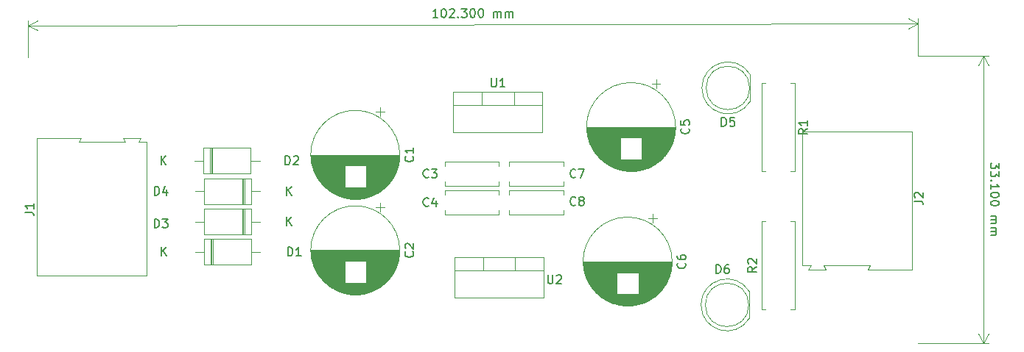
<source format=gbr>
G04 #@! TF.GenerationSoftware,KiCad,Pcbnew,5.1.5+dfsg1-2build2*
G04 #@! TF.CreationDate,2021-08-20T20:11:23+12:00*
G04 #@! TF.ProjectId,15vDualRailAC-DC,31357644-7561-46c5-9261-696c41432d44,rev?*
G04 #@! TF.SameCoordinates,Original*
G04 #@! TF.FileFunction,Legend,Top*
G04 #@! TF.FilePolarity,Positive*
%FSLAX46Y46*%
G04 Gerber Fmt 4.6, Leading zero omitted, Abs format (unit mm)*
G04 Created by KiCad (PCBNEW 5.1.5+dfsg1-2build2) date 2021-08-20 20:11:23*
%MOMM*%
%LPD*%
G04 APERTURE LIST*
%ADD10C,0.150000*%
%ADD11C,0.120000*%
G04 APERTURE END LIST*
D10*
X199317619Y-70759523D02*
X199317619Y-71378571D01*
X198936666Y-71045238D01*
X198936666Y-71188095D01*
X198889047Y-71283333D01*
X198841428Y-71330952D01*
X198746190Y-71378571D01*
X198508095Y-71378571D01*
X198412857Y-71330952D01*
X198365238Y-71283333D01*
X198317619Y-71188095D01*
X198317619Y-70902380D01*
X198365238Y-70807142D01*
X198412857Y-70759523D01*
X199317619Y-71711904D02*
X199317619Y-72330952D01*
X198936666Y-71997619D01*
X198936666Y-72140476D01*
X198889047Y-72235714D01*
X198841428Y-72283333D01*
X198746190Y-72330952D01*
X198508095Y-72330952D01*
X198412857Y-72283333D01*
X198365238Y-72235714D01*
X198317619Y-72140476D01*
X198317619Y-71854761D01*
X198365238Y-71759523D01*
X198412857Y-71711904D01*
X198412857Y-72759523D02*
X198365238Y-72807142D01*
X198317619Y-72759523D01*
X198365238Y-72711904D01*
X198412857Y-72759523D01*
X198317619Y-72759523D01*
X198317619Y-73759523D02*
X198317619Y-73188095D01*
X198317619Y-73473809D02*
X199317619Y-73473809D01*
X199174761Y-73378571D01*
X199079523Y-73283333D01*
X199031904Y-73188095D01*
X199317619Y-74378571D02*
X199317619Y-74473809D01*
X199270000Y-74569047D01*
X199222380Y-74616666D01*
X199127142Y-74664285D01*
X198936666Y-74711904D01*
X198698571Y-74711904D01*
X198508095Y-74664285D01*
X198412857Y-74616666D01*
X198365238Y-74569047D01*
X198317619Y-74473809D01*
X198317619Y-74378571D01*
X198365238Y-74283333D01*
X198412857Y-74235714D01*
X198508095Y-74188095D01*
X198698571Y-74140476D01*
X198936666Y-74140476D01*
X199127142Y-74188095D01*
X199222380Y-74235714D01*
X199270000Y-74283333D01*
X199317619Y-74378571D01*
X199317619Y-75330952D02*
X199317619Y-75426190D01*
X199270000Y-75521428D01*
X199222380Y-75569047D01*
X199127142Y-75616666D01*
X198936666Y-75664285D01*
X198698571Y-75664285D01*
X198508095Y-75616666D01*
X198412857Y-75569047D01*
X198365238Y-75521428D01*
X198317619Y-75426190D01*
X198317619Y-75330952D01*
X198365238Y-75235714D01*
X198412857Y-75188095D01*
X198508095Y-75140476D01*
X198698571Y-75092857D01*
X198936666Y-75092857D01*
X199127142Y-75140476D01*
X199222380Y-75188095D01*
X199270000Y-75235714D01*
X199317619Y-75330952D01*
X198317619Y-76854761D02*
X198984285Y-76854761D01*
X198889047Y-76854761D02*
X198936666Y-76902380D01*
X198984285Y-76997619D01*
X198984285Y-77140476D01*
X198936666Y-77235714D01*
X198841428Y-77283333D01*
X198317619Y-77283333D01*
X198841428Y-77283333D02*
X198936666Y-77330952D01*
X198984285Y-77426190D01*
X198984285Y-77569047D01*
X198936666Y-77664285D01*
X198841428Y-77711904D01*
X198317619Y-77711904D01*
X198317619Y-78188095D02*
X198984285Y-78188095D01*
X198889047Y-78188095D02*
X198936666Y-78235714D01*
X198984285Y-78330952D01*
X198984285Y-78473809D01*
X198936666Y-78569047D01*
X198841428Y-78616666D01*
X198317619Y-78616666D01*
X198841428Y-78616666D02*
X198936666Y-78664285D01*
X198984285Y-78759523D01*
X198984285Y-78902380D01*
X198936666Y-78997619D01*
X198841428Y-79045238D01*
X198317619Y-79045238D01*
D11*
X197500000Y-58400000D02*
X197500000Y-91500000D01*
X190000000Y-58400000D02*
X198086421Y-58400000D01*
X190000000Y-91500000D02*
X198086421Y-91500000D01*
X197500000Y-91500000D02*
X196913579Y-90373496D01*
X197500000Y-91500000D02*
X198086421Y-90373496D01*
X197500000Y-58400000D02*
X196913579Y-59526504D01*
X197500000Y-58400000D02*
X198086421Y-59526504D01*
D10*
X134793554Y-53989234D02*
X134222126Y-53990351D01*
X134507840Y-53989792D02*
X134505885Y-52989794D01*
X134410926Y-53132837D01*
X134315874Y-53228261D01*
X134220730Y-53276067D01*
X135410645Y-52988025D02*
X135505883Y-52987839D01*
X135601214Y-53035272D01*
X135648926Y-53082798D01*
X135696731Y-53177943D01*
X135744722Y-53368325D01*
X135745188Y-53606420D01*
X135697941Y-53796989D01*
X135650509Y-53892320D01*
X135602983Y-53940032D01*
X135507838Y-53987837D01*
X135412600Y-53988024D01*
X135317269Y-53940591D01*
X135269557Y-53893065D01*
X135221752Y-53797920D01*
X135173760Y-53607537D01*
X135173295Y-53369443D01*
X135220542Y-53178874D01*
X135267974Y-53083543D01*
X135315500Y-53035831D01*
X135410645Y-52988025D01*
X136125116Y-53081867D02*
X136172641Y-53034155D01*
X136267786Y-52986350D01*
X136505881Y-52985884D01*
X136601212Y-53033317D01*
X136648924Y-53080843D01*
X136696729Y-53175988D01*
X136696915Y-53271226D01*
X136649576Y-53414176D01*
X136079265Y-53986720D01*
X136698312Y-53985510D01*
X137126696Y-53889434D02*
X137174408Y-53936960D01*
X137126882Y-53984672D01*
X137079170Y-53937146D01*
X137126696Y-53889434D01*
X137126882Y-53984672D01*
X137505879Y-52983929D02*
X138124926Y-52982719D01*
X137792338Y-53364322D01*
X137935194Y-53364043D01*
X138030525Y-53411476D01*
X138078238Y-53459002D01*
X138126043Y-53554146D01*
X138126508Y-53792241D01*
X138079075Y-53887572D01*
X138031550Y-53935284D01*
X137936405Y-53983089D01*
X137650691Y-53983648D01*
X137555360Y-53936215D01*
X137507648Y-53888689D01*
X138743972Y-52981509D02*
X138839210Y-52981322D01*
X138934541Y-53028755D01*
X138982253Y-53076281D01*
X139030058Y-53171426D01*
X139078049Y-53361809D01*
X139078515Y-53599903D01*
X139031268Y-53790472D01*
X138983836Y-53885803D01*
X138936310Y-53933515D01*
X138841165Y-53981321D01*
X138745927Y-53981507D01*
X138650596Y-53934074D01*
X138602884Y-53886548D01*
X138555079Y-53791403D01*
X138507087Y-53601021D01*
X138506622Y-53362926D01*
X138553869Y-53172357D01*
X138601301Y-53077026D01*
X138648827Y-53029314D01*
X138743972Y-52981509D01*
X139696351Y-52979647D02*
X139791589Y-52979461D01*
X139886920Y-53026893D01*
X139934632Y-53074419D01*
X139982437Y-53169564D01*
X140030429Y-53359947D01*
X140030894Y-53598042D01*
X139983647Y-53788610D01*
X139936215Y-53883941D01*
X139888689Y-53931654D01*
X139793544Y-53979459D01*
X139698306Y-53979645D01*
X139602975Y-53932212D01*
X139555263Y-53884686D01*
X139507458Y-53789541D01*
X139459467Y-53599159D01*
X139459001Y-53361064D01*
X139506248Y-53170495D01*
X139553680Y-53075164D01*
X139601206Y-53027452D01*
X139696351Y-52979647D01*
X141222113Y-53976666D02*
X141220809Y-53310000D01*
X141220996Y-53405238D02*
X141268521Y-53357526D01*
X141363666Y-53309721D01*
X141506523Y-53309442D01*
X141601854Y-53356875D01*
X141649659Y-53452019D01*
X141650683Y-53975828D01*
X141649659Y-53452019D02*
X141697092Y-53356688D01*
X141792237Y-53308883D01*
X141935094Y-53308604D01*
X142030425Y-53356037D01*
X142078230Y-53451181D01*
X142079254Y-53974990D01*
X142555444Y-53974059D02*
X142554140Y-53307394D01*
X142554326Y-53402632D02*
X142601852Y-53354920D01*
X142696997Y-53307114D01*
X142839854Y-53306835D01*
X142935185Y-53354268D01*
X142982990Y-53449413D01*
X142984014Y-53973221D01*
X142982990Y-53449413D02*
X143030423Y-53354082D01*
X143125568Y-53306276D01*
X143268425Y-53305997D01*
X143363756Y-53353430D01*
X143411561Y-53448575D01*
X143412585Y-53972383D01*
D11*
X189992764Y-54698939D02*
X87692764Y-54898939D01*
X190000000Y-58400000D02*
X189991618Y-54112519D01*
X87700000Y-58600000D02*
X87691618Y-54312519D01*
X87692764Y-54898939D02*
X88818119Y-54310317D01*
X87692764Y-54898939D02*
X88820412Y-55483156D01*
X189992764Y-54698939D02*
X188865116Y-54114722D01*
X189992764Y-54698939D02*
X188867409Y-55287561D01*
X128675000Y-64820354D02*
X127675000Y-64820354D01*
X128175000Y-64320354D02*
X128175000Y-65320354D01*
X125899000Y-74881000D02*
X124701000Y-74881000D01*
X126162000Y-74841000D02*
X124438000Y-74841000D01*
X126362000Y-74801000D02*
X124238000Y-74801000D01*
X126530000Y-74761000D02*
X124070000Y-74761000D01*
X126678000Y-74721000D02*
X123922000Y-74721000D01*
X126810000Y-74681000D02*
X123790000Y-74681000D01*
X126930000Y-74641000D02*
X123670000Y-74641000D01*
X127042000Y-74601000D02*
X123558000Y-74601000D01*
X127146000Y-74561000D02*
X123454000Y-74561000D01*
X127244000Y-74521000D02*
X123356000Y-74521000D01*
X127337000Y-74481000D02*
X123263000Y-74481000D01*
X127425000Y-74441000D02*
X123175000Y-74441000D01*
X127509000Y-74401000D02*
X123091000Y-74401000D01*
X127589000Y-74361000D02*
X123011000Y-74361000D01*
X127665000Y-74321000D02*
X122935000Y-74321000D01*
X127739000Y-74281000D02*
X122861000Y-74281000D01*
X127810000Y-74241000D02*
X122790000Y-74241000D01*
X127879000Y-74201000D02*
X122721000Y-74201000D01*
X127945000Y-74161000D02*
X122655000Y-74161000D01*
X128009000Y-74121000D02*
X122591000Y-74121000D01*
X128070000Y-74081000D02*
X122530000Y-74081000D01*
X128130000Y-74041000D02*
X122470000Y-74041000D01*
X128189000Y-74001000D02*
X122411000Y-74001000D01*
X128245000Y-73961000D02*
X122355000Y-73961000D01*
X128300000Y-73921000D02*
X122300000Y-73921000D01*
X128354000Y-73881000D02*
X122246000Y-73881000D01*
X128406000Y-73841000D02*
X122194000Y-73841000D01*
X128456000Y-73801000D02*
X122144000Y-73801000D01*
X128506000Y-73761000D02*
X122094000Y-73761000D01*
X128554000Y-73721000D02*
X122046000Y-73721000D01*
X128601000Y-73681000D02*
X121999000Y-73681000D01*
X128647000Y-73641000D02*
X121953000Y-73641000D01*
X128692000Y-73601000D02*
X121908000Y-73601000D01*
X128736000Y-73561000D02*
X121864000Y-73561000D01*
X124059000Y-73521000D02*
X121822000Y-73521000D01*
X128778000Y-73521000D02*
X126541000Y-73521000D01*
X124059000Y-73481000D02*
X121780000Y-73481000D01*
X128820000Y-73481000D02*
X126541000Y-73481000D01*
X124059000Y-73441000D02*
X121739000Y-73441000D01*
X128861000Y-73441000D02*
X126541000Y-73441000D01*
X124059000Y-73401000D02*
X121699000Y-73401000D01*
X128901000Y-73401000D02*
X126541000Y-73401000D01*
X124059000Y-73361000D02*
X121660000Y-73361000D01*
X128940000Y-73361000D02*
X126541000Y-73361000D01*
X124059000Y-73321000D02*
X121621000Y-73321000D01*
X128979000Y-73321000D02*
X126541000Y-73321000D01*
X124059000Y-73281000D02*
X121584000Y-73281000D01*
X129016000Y-73281000D02*
X126541000Y-73281000D01*
X124059000Y-73241000D02*
X121547000Y-73241000D01*
X129053000Y-73241000D02*
X126541000Y-73241000D01*
X124059000Y-73201000D02*
X121511000Y-73201000D01*
X129089000Y-73201000D02*
X126541000Y-73201000D01*
X124059000Y-73161000D02*
X121476000Y-73161000D01*
X129124000Y-73161000D02*
X126541000Y-73161000D01*
X124059000Y-73121000D02*
X121442000Y-73121000D01*
X129158000Y-73121000D02*
X126541000Y-73121000D01*
X124059000Y-73081000D02*
X121408000Y-73081000D01*
X129192000Y-73081000D02*
X126541000Y-73081000D01*
X124059000Y-73041000D02*
X121375000Y-73041000D01*
X129225000Y-73041000D02*
X126541000Y-73041000D01*
X124059000Y-73001000D02*
X121343000Y-73001000D01*
X129257000Y-73001000D02*
X126541000Y-73001000D01*
X124059000Y-72961000D02*
X121311000Y-72961000D01*
X129289000Y-72961000D02*
X126541000Y-72961000D01*
X124059000Y-72921000D02*
X121280000Y-72921000D01*
X129320000Y-72921000D02*
X126541000Y-72921000D01*
X124059000Y-72881000D02*
X121250000Y-72881000D01*
X129350000Y-72881000D02*
X126541000Y-72881000D01*
X124059000Y-72841000D02*
X121220000Y-72841000D01*
X129380000Y-72841000D02*
X126541000Y-72841000D01*
X124059000Y-72801000D02*
X121190000Y-72801000D01*
X129410000Y-72801000D02*
X126541000Y-72801000D01*
X124059000Y-72761000D02*
X121162000Y-72761000D01*
X129438000Y-72761000D02*
X126541000Y-72761000D01*
X124059000Y-72721000D02*
X121134000Y-72721000D01*
X129466000Y-72721000D02*
X126541000Y-72721000D01*
X124059000Y-72681000D02*
X121106000Y-72681000D01*
X129494000Y-72681000D02*
X126541000Y-72681000D01*
X124059000Y-72641000D02*
X121079000Y-72641000D01*
X129521000Y-72641000D02*
X126541000Y-72641000D01*
X124059000Y-72601000D02*
X121053000Y-72601000D01*
X129547000Y-72601000D02*
X126541000Y-72601000D01*
X124059000Y-72561000D02*
X121027000Y-72561000D01*
X129573000Y-72561000D02*
X126541000Y-72561000D01*
X124059000Y-72521000D02*
X121002000Y-72521000D01*
X129598000Y-72521000D02*
X126541000Y-72521000D01*
X124059000Y-72481000D02*
X120977000Y-72481000D01*
X129623000Y-72481000D02*
X126541000Y-72481000D01*
X124059000Y-72441000D02*
X120953000Y-72441000D01*
X129647000Y-72441000D02*
X126541000Y-72441000D01*
X124059000Y-72401000D02*
X120929000Y-72401000D01*
X129671000Y-72401000D02*
X126541000Y-72401000D01*
X124059000Y-72361000D02*
X120905000Y-72361000D01*
X129695000Y-72361000D02*
X126541000Y-72361000D01*
X124059000Y-72321000D02*
X120883000Y-72321000D01*
X129717000Y-72321000D02*
X126541000Y-72321000D01*
X124059000Y-72281000D02*
X120860000Y-72281000D01*
X129740000Y-72281000D02*
X126541000Y-72281000D01*
X124059000Y-72241000D02*
X120838000Y-72241000D01*
X129762000Y-72241000D02*
X126541000Y-72241000D01*
X124059000Y-72201000D02*
X120817000Y-72201000D01*
X129783000Y-72201000D02*
X126541000Y-72201000D01*
X124059000Y-72161000D02*
X120796000Y-72161000D01*
X129804000Y-72161000D02*
X126541000Y-72161000D01*
X124059000Y-72121000D02*
X120775000Y-72121000D01*
X129825000Y-72121000D02*
X126541000Y-72121000D01*
X124059000Y-72081000D02*
X120755000Y-72081000D01*
X129845000Y-72081000D02*
X126541000Y-72081000D01*
X124059000Y-72041000D02*
X120736000Y-72041000D01*
X129864000Y-72041000D02*
X126541000Y-72041000D01*
X124059000Y-72001000D02*
X120716000Y-72001000D01*
X129884000Y-72001000D02*
X126541000Y-72001000D01*
X124059000Y-71961000D02*
X120697000Y-71961000D01*
X129903000Y-71961000D02*
X126541000Y-71961000D01*
X124059000Y-71921000D02*
X120679000Y-71921000D01*
X129921000Y-71921000D02*
X126541000Y-71921000D01*
X124059000Y-71881000D02*
X120661000Y-71881000D01*
X129939000Y-71881000D02*
X126541000Y-71881000D01*
X124059000Y-71841000D02*
X120643000Y-71841000D01*
X129957000Y-71841000D02*
X126541000Y-71841000D01*
X124059000Y-71801000D02*
X120626000Y-71801000D01*
X129974000Y-71801000D02*
X126541000Y-71801000D01*
X124059000Y-71761000D02*
X120610000Y-71761000D01*
X129990000Y-71761000D02*
X126541000Y-71761000D01*
X124059000Y-71721000D02*
X120593000Y-71721000D01*
X130007000Y-71721000D02*
X126541000Y-71721000D01*
X124059000Y-71681000D02*
X120577000Y-71681000D01*
X130023000Y-71681000D02*
X126541000Y-71681000D01*
X124059000Y-71641000D02*
X120562000Y-71641000D01*
X130038000Y-71641000D02*
X126541000Y-71641000D01*
X124059000Y-71601000D02*
X120546000Y-71601000D01*
X130054000Y-71601000D02*
X126541000Y-71601000D01*
X124059000Y-71561000D02*
X120532000Y-71561000D01*
X130068000Y-71561000D02*
X126541000Y-71561000D01*
X124059000Y-71521000D02*
X120517000Y-71521000D01*
X130083000Y-71521000D02*
X126541000Y-71521000D01*
X124059000Y-71481000D02*
X120503000Y-71481000D01*
X130097000Y-71481000D02*
X126541000Y-71481000D01*
X124059000Y-71441000D02*
X120489000Y-71441000D01*
X130111000Y-71441000D02*
X126541000Y-71441000D01*
X124059000Y-71401000D02*
X120476000Y-71401000D01*
X130124000Y-71401000D02*
X126541000Y-71401000D01*
X124059000Y-71361000D02*
X120463000Y-71361000D01*
X130137000Y-71361000D02*
X126541000Y-71361000D01*
X124059000Y-71321000D02*
X120450000Y-71321000D01*
X130150000Y-71321000D02*
X126541000Y-71321000D01*
X124059000Y-71281000D02*
X120438000Y-71281000D01*
X130162000Y-71281000D02*
X126541000Y-71281000D01*
X124059000Y-71241000D02*
X120426000Y-71241000D01*
X130174000Y-71241000D02*
X126541000Y-71241000D01*
X124059000Y-71201000D02*
X120415000Y-71201000D01*
X130185000Y-71201000D02*
X126541000Y-71201000D01*
X124059000Y-71161000D02*
X120403000Y-71161000D01*
X130197000Y-71161000D02*
X126541000Y-71161000D01*
X124059000Y-71121000D02*
X120393000Y-71121000D01*
X130207000Y-71121000D02*
X126541000Y-71121000D01*
X124059000Y-71081000D02*
X120382000Y-71081000D01*
X130218000Y-71081000D02*
X126541000Y-71081000D01*
X130228000Y-71041000D02*
X120372000Y-71041000D01*
X130238000Y-71001000D02*
X120362000Y-71001000D01*
X130247000Y-70961000D02*
X120353000Y-70961000D01*
X130256000Y-70921000D02*
X120344000Y-70921000D01*
X130265000Y-70881000D02*
X120335000Y-70881000D01*
X130274000Y-70841000D02*
X120326000Y-70841000D01*
X130282000Y-70801000D02*
X120318000Y-70801000D01*
X130290000Y-70761000D02*
X120310000Y-70761000D01*
X130297000Y-70721000D02*
X120303000Y-70721000D01*
X130304000Y-70681000D02*
X120296000Y-70681000D01*
X130311000Y-70641000D02*
X120289000Y-70641000D01*
X130318000Y-70601000D02*
X120282000Y-70601000D01*
X130324000Y-70561000D02*
X120276000Y-70561000D01*
X130330000Y-70521000D02*
X120270000Y-70521000D01*
X130335000Y-70480000D02*
X120265000Y-70480000D01*
X130340000Y-70440000D02*
X120260000Y-70440000D01*
X130345000Y-70400000D02*
X120255000Y-70400000D01*
X130350000Y-70360000D02*
X120250000Y-70360000D01*
X130354000Y-70320000D02*
X120246000Y-70320000D01*
X130358000Y-70280000D02*
X120242000Y-70280000D01*
X130362000Y-70240000D02*
X120238000Y-70240000D01*
X130365000Y-70200000D02*
X120235000Y-70200000D01*
X130368000Y-70160000D02*
X120232000Y-70160000D01*
X130370000Y-70120000D02*
X120230000Y-70120000D01*
X130373000Y-70080000D02*
X120227000Y-70080000D01*
X130375000Y-70040000D02*
X120225000Y-70040000D01*
X130377000Y-70000000D02*
X120223000Y-70000000D01*
X130378000Y-69960000D02*
X120222000Y-69960000D01*
X130379000Y-69920000D02*
X120221000Y-69920000D01*
X130380000Y-69880000D02*
X120220000Y-69880000D01*
X130380000Y-69840000D02*
X120220000Y-69840000D01*
X130380000Y-69800000D02*
X120220000Y-69800000D01*
X130420000Y-69800000D02*
G75*
G03X130420000Y-69800000I-5120000J0D01*
G01*
X143691000Y-81630000D02*
X143691000Y-83140000D01*
X139990000Y-81630000D02*
X139990000Y-83140000D01*
X136720000Y-83140000D02*
X146960000Y-83140000D01*
X146960000Y-81630000D02*
X146960000Y-86271000D01*
X136720000Y-81630000D02*
X136720000Y-86271000D01*
X136720000Y-86271000D02*
X146960000Y-86271000D01*
X136720000Y-81630000D02*
X146960000Y-81630000D01*
X143551000Y-62530000D02*
X143551000Y-64040000D01*
X139850000Y-62530000D02*
X139850000Y-64040000D01*
X136580000Y-64040000D02*
X146820000Y-64040000D01*
X146820000Y-62530000D02*
X146820000Y-67171000D01*
X136580000Y-62530000D02*
X136580000Y-67171000D01*
X136580000Y-67171000D02*
X146820000Y-67171000D01*
X136580000Y-62530000D02*
X146820000Y-62530000D01*
X175820000Y-77480000D02*
X175340000Y-77480000D01*
X175820000Y-87620000D02*
X175820000Y-77480000D01*
X175340000Y-87620000D02*
X175820000Y-87620000D01*
X171980000Y-77480000D02*
X172460000Y-77480000D01*
X171980000Y-87620000D02*
X171980000Y-77480000D01*
X172460000Y-87620000D02*
X171980000Y-87620000D01*
X171980000Y-71720000D02*
X172460000Y-71720000D01*
X171980000Y-61580000D02*
X171980000Y-71720000D01*
X172460000Y-61580000D02*
X171980000Y-61580000D01*
X175820000Y-71720000D02*
X175340000Y-71720000D01*
X175820000Y-61580000D02*
X175820000Y-71720000D01*
X175340000Y-61580000D02*
X175820000Y-61580000D01*
X189300000Y-83050000D02*
X189300000Y-67150000D01*
X184250000Y-83050000D02*
X189300000Y-83050000D01*
X184500000Y-82550000D02*
X184250000Y-83050000D01*
X179100000Y-82550000D02*
X184500000Y-82550000D01*
X179350000Y-83050000D02*
X179100000Y-82550000D01*
X177350000Y-83050000D02*
X179350000Y-83050000D01*
X177650000Y-82550000D02*
X177350000Y-83050000D01*
X176700000Y-82550000D02*
X177650000Y-82550000D01*
X176700000Y-67150000D02*
X176700000Y-82550000D01*
X189300000Y-67150000D02*
X176700000Y-67150000D01*
X88700000Y-67850000D02*
X88700000Y-83750000D01*
X93750000Y-67850000D02*
X88700000Y-67850000D01*
X93500000Y-68350000D02*
X93750000Y-67850000D01*
X98900000Y-68350000D02*
X93500000Y-68350000D01*
X98650000Y-67850000D02*
X98900000Y-68350000D01*
X100650000Y-67850000D02*
X98650000Y-67850000D01*
X100350000Y-68350000D02*
X100650000Y-67850000D01*
X101300000Y-68350000D02*
X100350000Y-68350000D01*
X101300000Y-83750000D02*
X101300000Y-68350000D01*
X88700000Y-83750000D02*
X101300000Y-83750000D01*
X170590000Y-88645000D02*
X170590000Y-85555000D01*
X170530000Y-87100000D02*
G75*
G03X170530000Y-87100000I-2500000J0D01*
G01*
X165040000Y-87100462D02*
G75*
G02X170590000Y-85555170I2990000J462D01*
G01*
X165040000Y-87099538D02*
G75*
G03X170590000Y-88644830I2990000J-462D01*
G01*
X170690000Y-63645000D02*
X170690000Y-60555000D01*
X170630000Y-62100000D02*
G75*
G03X170630000Y-62100000I-2500000J0D01*
G01*
X165140000Y-62100462D02*
G75*
G02X170690000Y-60555170I2990000J462D01*
G01*
X165140000Y-62099538D02*
G75*
G03X170690000Y-63644830I2990000J-462D01*
G01*
X112560000Y-75470000D02*
X112560000Y-72530000D01*
X112320000Y-75470000D02*
X112320000Y-72530000D01*
X112440000Y-75470000D02*
X112440000Y-72530000D01*
X106880000Y-74000000D02*
X107900000Y-74000000D01*
X114360000Y-74000000D02*
X113340000Y-74000000D01*
X107900000Y-75470000D02*
X113340000Y-75470000D01*
X107900000Y-72530000D02*
X107900000Y-75470000D01*
X113340000Y-72530000D02*
X107900000Y-72530000D01*
X113340000Y-75470000D02*
X113340000Y-72530000D01*
X112560000Y-78970000D02*
X112560000Y-76030000D01*
X112320000Y-78970000D02*
X112320000Y-76030000D01*
X112440000Y-78970000D02*
X112440000Y-76030000D01*
X106880000Y-77500000D02*
X107900000Y-77500000D01*
X114360000Y-77500000D02*
X113340000Y-77500000D01*
X107900000Y-78970000D02*
X113340000Y-78970000D01*
X107900000Y-76030000D02*
X107900000Y-78970000D01*
X113340000Y-76030000D02*
X107900000Y-76030000D01*
X113340000Y-78970000D02*
X113340000Y-76030000D01*
X108640000Y-69030000D02*
X108640000Y-71970000D01*
X108880000Y-69030000D02*
X108880000Y-71970000D01*
X108760000Y-69030000D02*
X108760000Y-71970000D01*
X114320000Y-70500000D02*
X113300000Y-70500000D01*
X106840000Y-70500000D02*
X107860000Y-70500000D01*
X113300000Y-69030000D02*
X107860000Y-69030000D01*
X113300000Y-71970000D02*
X113300000Y-69030000D01*
X107860000Y-71970000D02*
X113300000Y-71970000D01*
X107860000Y-69030000D02*
X107860000Y-71970000D01*
X108680000Y-79530000D02*
X108680000Y-82470000D01*
X108920000Y-79530000D02*
X108920000Y-82470000D01*
X108800000Y-79530000D02*
X108800000Y-82470000D01*
X114360000Y-81000000D02*
X113340000Y-81000000D01*
X106880000Y-81000000D02*
X107900000Y-81000000D01*
X113340000Y-79530000D02*
X107900000Y-79530000D01*
X113340000Y-82470000D02*
X113340000Y-79530000D01*
X107900000Y-82470000D02*
X113340000Y-82470000D01*
X107900000Y-79530000D02*
X107900000Y-82470000D01*
X149220000Y-76225000D02*
X149220000Y-76670000D01*
X149220000Y-73930000D02*
X149220000Y-74375000D01*
X142980000Y-76225000D02*
X142980000Y-76670000D01*
X142980000Y-73930000D02*
X142980000Y-74375000D01*
X142980000Y-76670000D02*
X149220000Y-76670000D01*
X142980000Y-73930000D02*
X149220000Y-73930000D01*
X149220000Y-72925000D02*
X149220000Y-73370000D01*
X149220000Y-70630000D02*
X149220000Y-71075000D01*
X142980000Y-72925000D02*
X142980000Y-73370000D01*
X142980000Y-70630000D02*
X142980000Y-71075000D01*
X142980000Y-73370000D02*
X149220000Y-73370000D01*
X142980000Y-70630000D02*
X149220000Y-70630000D01*
X159975000Y-77120354D02*
X158975000Y-77120354D01*
X159475000Y-76620354D02*
X159475000Y-77620354D01*
X157199000Y-87181000D02*
X156001000Y-87181000D01*
X157462000Y-87141000D02*
X155738000Y-87141000D01*
X157662000Y-87101000D02*
X155538000Y-87101000D01*
X157830000Y-87061000D02*
X155370000Y-87061000D01*
X157978000Y-87021000D02*
X155222000Y-87021000D01*
X158110000Y-86981000D02*
X155090000Y-86981000D01*
X158230000Y-86941000D02*
X154970000Y-86941000D01*
X158342000Y-86901000D02*
X154858000Y-86901000D01*
X158446000Y-86861000D02*
X154754000Y-86861000D01*
X158544000Y-86821000D02*
X154656000Y-86821000D01*
X158637000Y-86781000D02*
X154563000Y-86781000D01*
X158725000Y-86741000D02*
X154475000Y-86741000D01*
X158809000Y-86701000D02*
X154391000Y-86701000D01*
X158889000Y-86661000D02*
X154311000Y-86661000D01*
X158965000Y-86621000D02*
X154235000Y-86621000D01*
X159039000Y-86581000D02*
X154161000Y-86581000D01*
X159110000Y-86541000D02*
X154090000Y-86541000D01*
X159179000Y-86501000D02*
X154021000Y-86501000D01*
X159245000Y-86461000D02*
X153955000Y-86461000D01*
X159309000Y-86421000D02*
X153891000Y-86421000D01*
X159370000Y-86381000D02*
X153830000Y-86381000D01*
X159430000Y-86341000D02*
X153770000Y-86341000D01*
X159489000Y-86301000D02*
X153711000Y-86301000D01*
X159545000Y-86261000D02*
X153655000Y-86261000D01*
X159600000Y-86221000D02*
X153600000Y-86221000D01*
X159654000Y-86181000D02*
X153546000Y-86181000D01*
X159706000Y-86141000D02*
X153494000Y-86141000D01*
X159756000Y-86101000D02*
X153444000Y-86101000D01*
X159806000Y-86061000D02*
X153394000Y-86061000D01*
X159854000Y-86021000D02*
X153346000Y-86021000D01*
X159901000Y-85981000D02*
X153299000Y-85981000D01*
X159947000Y-85941000D02*
X153253000Y-85941000D01*
X159992000Y-85901000D02*
X153208000Y-85901000D01*
X160036000Y-85861000D02*
X153164000Y-85861000D01*
X155359000Y-85821000D02*
X153122000Y-85821000D01*
X160078000Y-85821000D02*
X157841000Y-85821000D01*
X155359000Y-85781000D02*
X153080000Y-85781000D01*
X160120000Y-85781000D02*
X157841000Y-85781000D01*
X155359000Y-85741000D02*
X153039000Y-85741000D01*
X160161000Y-85741000D02*
X157841000Y-85741000D01*
X155359000Y-85701000D02*
X152999000Y-85701000D01*
X160201000Y-85701000D02*
X157841000Y-85701000D01*
X155359000Y-85661000D02*
X152960000Y-85661000D01*
X160240000Y-85661000D02*
X157841000Y-85661000D01*
X155359000Y-85621000D02*
X152921000Y-85621000D01*
X160279000Y-85621000D02*
X157841000Y-85621000D01*
X155359000Y-85581000D02*
X152884000Y-85581000D01*
X160316000Y-85581000D02*
X157841000Y-85581000D01*
X155359000Y-85541000D02*
X152847000Y-85541000D01*
X160353000Y-85541000D02*
X157841000Y-85541000D01*
X155359000Y-85501000D02*
X152811000Y-85501000D01*
X160389000Y-85501000D02*
X157841000Y-85501000D01*
X155359000Y-85461000D02*
X152776000Y-85461000D01*
X160424000Y-85461000D02*
X157841000Y-85461000D01*
X155359000Y-85421000D02*
X152742000Y-85421000D01*
X160458000Y-85421000D02*
X157841000Y-85421000D01*
X155359000Y-85381000D02*
X152708000Y-85381000D01*
X160492000Y-85381000D02*
X157841000Y-85381000D01*
X155359000Y-85341000D02*
X152675000Y-85341000D01*
X160525000Y-85341000D02*
X157841000Y-85341000D01*
X155359000Y-85301000D02*
X152643000Y-85301000D01*
X160557000Y-85301000D02*
X157841000Y-85301000D01*
X155359000Y-85261000D02*
X152611000Y-85261000D01*
X160589000Y-85261000D02*
X157841000Y-85261000D01*
X155359000Y-85221000D02*
X152580000Y-85221000D01*
X160620000Y-85221000D02*
X157841000Y-85221000D01*
X155359000Y-85181000D02*
X152550000Y-85181000D01*
X160650000Y-85181000D02*
X157841000Y-85181000D01*
X155359000Y-85141000D02*
X152520000Y-85141000D01*
X160680000Y-85141000D02*
X157841000Y-85141000D01*
X155359000Y-85101000D02*
X152490000Y-85101000D01*
X160710000Y-85101000D02*
X157841000Y-85101000D01*
X155359000Y-85061000D02*
X152462000Y-85061000D01*
X160738000Y-85061000D02*
X157841000Y-85061000D01*
X155359000Y-85021000D02*
X152434000Y-85021000D01*
X160766000Y-85021000D02*
X157841000Y-85021000D01*
X155359000Y-84981000D02*
X152406000Y-84981000D01*
X160794000Y-84981000D02*
X157841000Y-84981000D01*
X155359000Y-84941000D02*
X152379000Y-84941000D01*
X160821000Y-84941000D02*
X157841000Y-84941000D01*
X155359000Y-84901000D02*
X152353000Y-84901000D01*
X160847000Y-84901000D02*
X157841000Y-84901000D01*
X155359000Y-84861000D02*
X152327000Y-84861000D01*
X160873000Y-84861000D02*
X157841000Y-84861000D01*
X155359000Y-84821000D02*
X152302000Y-84821000D01*
X160898000Y-84821000D02*
X157841000Y-84821000D01*
X155359000Y-84781000D02*
X152277000Y-84781000D01*
X160923000Y-84781000D02*
X157841000Y-84781000D01*
X155359000Y-84741000D02*
X152253000Y-84741000D01*
X160947000Y-84741000D02*
X157841000Y-84741000D01*
X155359000Y-84701000D02*
X152229000Y-84701000D01*
X160971000Y-84701000D02*
X157841000Y-84701000D01*
X155359000Y-84661000D02*
X152205000Y-84661000D01*
X160995000Y-84661000D02*
X157841000Y-84661000D01*
X155359000Y-84621000D02*
X152183000Y-84621000D01*
X161017000Y-84621000D02*
X157841000Y-84621000D01*
X155359000Y-84581000D02*
X152160000Y-84581000D01*
X161040000Y-84581000D02*
X157841000Y-84581000D01*
X155359000Y-84541000D02*
X152138000Y-84541000D01*
X161062000Y-84541000D02*
X157841000Y-84541000D01*
X155359000Y-84501000D02*
X152117000Y-84501000D01*
X161083000Y-84501000D02*
X157841000Y-84501000D01*
X155359000Y-84461000D02*
X152096000Y-84461000D01*
X161104000Y-84461000D02*
X157841000Y-84461000D01*
X155359000Y-84421000D02*
X152075000Y-84421000D01*
X161125000Y-84421000D02*
X157841000Y-84421000D01*
X155359000Y-84381000D02*
X152055000Y-84381000D01*
X161145000Y-84381000D02*
X157841000Y-84381000D01*
X155359000Y-84341000D02*
X152036000Y-84341000D01*
X161164000Y-84341000D02*
X157841000Y-84341000D01*
X155359000Y-84301000D02*
X152016000Y-84301000D01*
X161184000Y-84301000D02*
X157841000Y-84301000D01*
X155359000Y-84261000D02*
X151997000Y-84261000D01*
X161203000Y-84261000D02*
X157841000Y-84261000D01*
X155359000Y-84221000D02*
X151979000Y-84221000D01*
X161221000Y-84221000D02*
X157841000Y-84221000D01*
X155359000Y-84181000D02*
X151961000Y-84181000D01*
X161239000Y-84181000D02*
X157841000Y-84181000D01*
X155359000Y-84141000D02*
X151943000Y-84141000D01*
X161257000Y-84141000D02*
X157841000Y-84141000D01*
X155359000Y-84101000D02*
X151926000Y-84101000D01*
X161274000Y-84101000D02*
X157841000Y-84101000D01*
X155359000Y-84061000D02*
X151910000Y-84061000D01*
X161290000Y-84061000D02*
X157841000Y-84061000D01*
X155359000Y-84021000D02*
X151893000Y-84021000D01*
X161307000Y-84021000D02*
X157841000Y-84021000D01*
X155359000Y-83981000D02*
X151877000Y-83981000D01*
X161323000Y-83981000D02*
X157841000Y-83981000D01*
X155359000Y-83941000D02*
X151862000Y-83941000D01*
X161338000Y-83941000D02*
X157841000Y-83941000D01*
X155359000Y-83901000D02*
X151846000Y-83901000D01*
X161354000Y-83901000D02*
X157841000Y-83901000D01*
X155359000Y-83861000D02*
X151832000Y-83861000D01*
X161368000Y-83861000D02*
X157841000Y-83861000D01*
X155359000Y-83821000D02*
X151817000Y-83821000D01*
X161383000Y-83821000D02*
X157841000Y-83821000D01*
X155359000Y-83781000D02*
X151803000Y-83781000D01*
X161397000Y-83781000D02*
X157841000Y-83781000D01*
X155359000Y-83741000D02*
X151789000Y-83741000D01*
X161411000Y-83741000D02*
X157841000Y-83741000D01*
X155359000Y-83701000D02*
X151776000Y-83701000D01*
X161424000Y-83701000D02*
X157841000Y-83701000D01*
X155359000Y-83661000D02*
X151763000Y-83661000D01*
X161437000Y-83661000D02*
X157841000Y-83661000D01*
X155359000Y-83621000D02*
X151750000Y-83621000D01*
X161450000Y-83621000D02*
X157841000Y-83621000D01*
X155359000Y-83581000D02*
X151738000Y-83581000D01*
X161462000Y-83581000D02*
X157841000Y-83581000D01*
X155359000Y-83541000D02*
X151726000Y-83541000D01*
X161474000Y-83541000D02*
X157841000Y-83541000D01*
X155359000Y-83501000D02*
X151715000Y-83501000D01*
X161485000Y-83501000D02*
X157841000Y-83501000D01*
X155359000Y-83461000D02*
X151703000Y-83461000D01*
X161497000Y-83461000D02*
X157841000Y-83461000D01*
X155359000Y-83421000D02*
X151693000Y-83421000D01*
X161507000Y-83421000D02*
X157841000Y-83421000D01*
X155359000Y-83381000D02*
X151682000Y-83381000D01*
X161518000Y-83381000D02*
X157841000Y-83381000D01*
X161528000Y-83341000D02*
X151672000Y-83341000D01*
X161538000Y-83301000D02*
X151662000Y-83301000D01*
X161547000Y-83261000D02*
X151653000Y-83261000D01*
X161556000Y-83221000D02*
X151644000Y-83221000D01*
X161565000Y-83181000D02*
X151635000Y-83181000D01*
X161574000Y-83141000D02*
X151626000Y-83141000D01*
X161582000Y-83101000D02*
X151618000Y-83101000D01*
X161590000Y-83061000D02*
X151610000Y-83061000D01*
X161597000Y-83021000D02*
X151603000Y-83021000D01*
X161604000Y-82981000D02*
X151596000Y-82981000D01*
X161611000Y-82941000D02*
X151589000Y-82941000D01*
X161618000Y-82901000D02*
X151582000Y-82901000D01*
X161624000Y-82861000D02*
X151576000Y-82861000D01*
X161630000Y-82821000D02*
X151570000Y-82821000D01*
X161635000Y-82780000D02*
X151565000Y-82780000D01*
X161640000Y-82740000D02*
X151560000Y-82740000D01*
X161645000Y-82700000D02*
X151555000Y-82700000D01*
X161650000Y-82660000D02*
X151550000Y-82660000D01*
X161654000Y-82620000D02*
X151546000Y-82620000D01*
X161658000Y-82580000D02*
X151542000Y-82580000D01*
X161662000Y-82540000D02*
X151538000Y-82540000D01*
X161665000Y-82500000D02*
X151535000Y-82500000D01*
X161668000Y-82460000D02*
X151532000Y-82460000D01*
X161670000Y-82420000D02*
X151530000Y-82420000D01*
X161673000Y-82380000D02*
X151527000Y-82380000D01*
X161675000Y-82340000D02*
X151525000Y-82340000D01*
X161677000Y-82300000D02*
X151523000Y-82300000D01*
X161678000Y-82260000D02*
X151522000Y-82260000D01*
X161679000Y-82220000D02*
X151521000Y-82220000D01*
X161680000Y-82180000D02*
X151520000Y-82180000D01*
X161680000Y-82140000D02*
X151520000Y-82140000D01*
X161680000Y-82100000D02*
X151520000Y-82100000D01*
X161720000Y-82100000D02*
G75*
G03X161720000Y-82100000I-5120000J0D01*
G01*
X160375000Y-61620354D02*
X159375000Y-61620354D01*
X159875000Y-61120354D02*
X159875000Y-62120354D01*
X157599000Y-71681000D02*
X156401000Y-71681000D01*
X157862000Y-71641000D02*
X156138000Y-71641000D01*
X158062000Y-71601000D02*
X155938000Y-71601000D01*
X158230000Y-71561000D02*
X155770000Y-71561000D01*
X158378000Y-71521000D02*
X155622000Y-71521000D01*
X158510000Y-71481000D02*
X155490000Y-71481000D01*
X158630000Y-71441000D02*
X155370000Y-71441000D01*
X158742000Y-71401000D02*
X155258000Y-71401000D01*
X158846000Y-71361000D02*
X155154000Y-71361000D01*
X158944000Y-71321000D02*
X155056000Y-71321000D01*
X159037000Y-71281000D02*
X154963000Y-71281000D01*
X159125000Y-71241000D02*
X154875000Y-71241000D01*
X159209000Y-71201000D02*
X154791000Y-71201000D01*
X159289000Y-71161000D02*
X154711000Y-71161000D01*
X159365000Y-71121000D02*
X154635000Y-71121000D01*
X159439000Y-71081000D02*
X154561000Y-71081000D01*
X159510000Y-71041000D02*
X154490000Y-71041000D01*
X159579000Y-71001000D02*
X154421000Y-71001000D01*
X159645000Y-70961000D02*
X154355000Y-70961000D01*
X159709000Y-70921000D02*
X154291000Y-70921000D01*
X159770000Y-70881000D02*
X154230000Y-70881000D01*
X159830000Y-70841000D02*
X154170000Y-70841000D01*
X159889000Y-70801000D02*
X154111000Y-70801000D01*
X159945000Y-70761000D02*
X154055000Y-70761000D01*
X160000000Y-70721000D02*
X154000000Y-70721000D01*
X160054000Y-70681000D02*
X153946000Y-70681000D01*
X160106000Y-70641000D02*
X153894000Y-70641000D01*
X160156000Y-70601000D02*
X153844000Y-70601000D01*
X160206000Y-70561000D02*
X153794000Y-70561000D01*
X160254000Y-70521000D02*
X153746000Y-70521000D01*
X160301000Y-70481000D02*
X153699000Y-70481000D01*
X160347000Y-70441000D02*
X153653000Y-70441000D01*
X160392000Y-70401000D02*
X153608000Y-70401000D01*
X160436000Y-70361000D02*
X153564000Y-70361000D01*
X155759000Y-70321000D02*
X153522000Y-70321000D01*
X160478000Y-70321000D02*
X158241000Y-70321000D01*
X155759000Y-70281000D02*
X153480000Y-70281000D01*
X160520000Y-70281000D02*
X158241000Y-70281000D01*
X155759000Y-70241000D02*
X153439000Y-70241000D01*
X160561000Y-70241000D02*
X158241000Y-70241000D01*
X155759000Y-70201000D02*
X153399000Y-70201000D01*
X160601000Y-70201000D02*
X158241000Y-70201000D01*
X155759000Y-70161000D02*
X153360000Y-70161000D01*
X160640000Y-70161000D02*
X158241000Y-70161000D01*
X155759000Y-70121000D02*
X153321000Y-70121000D01*
X160679000Y-70121000D02*
X158241000Y-70121000D01*
X155759000Y-70081000D02*
X153284000Y-70081000D01*
X160716000Y-70081000D02*
X158241000Y-70081000D01*
X155759000Y-70041000D02*
X153247000Y-70041000D01*
X160753000Y-70041000D02*
X158241000Y-70041000D01*
X155759000Y-70001000D02*
X153211000Y-70001000D01*
X160789000Y-70001000D02*
X158241000Y-70001000D01*
X155759000Y-69961000D02*
X153176000Y-69961000D01*
X160824000Y-69961000D02*
X158241000Y-69961000D01*
X155759000Y-69921000D02*
X153142000Y-69921000D01*
X160858000Y-69921000D02*
X158241000Y-69921000D01*
X155759000Y-69881000D02*
X153108000Y-69881000D01*
X160892000Y-69881000D02*
X158241000Y-69881000D01*
X155759000Y-69841000D02*
X153075000Y-69841000D01*
X160925000Y-69841000D02*
X158241000Y-69841000D01*
X155759000Y-69801000D02*
X153043000Y-69801000D01*
X160957000Y-69801000D02*
X158241000Y-69801000D01*
X155759000Y-69761000D02*
X153011000Y-69761000D01*
X160989000Y-69761000D02*
X158241000Y-69761000D01*
X155759000Y-69721000D02*
X152980000Y-69721000D01*
X161020000Y-69721000D02*
X158241000Y-69721000D01*
X155759000Y-69681000D02*
X152950000Y-69681000D01*
X161050000Y-69681000D02*
X158241000Y-69681000D01*
X155759000Y-69641000D02*
X152920000Y-69641000D01*
X161080000Y-69641000D02*
X158241000Y-69641000D01*
X155759000Y-69601000D02*
X152890000Y-69601000D01*
X161110000Y-69601000D02*
X158241000Y-69601000D01*
X155759000Y-69561000D02*
X152862000Y-69561000D01*
X161138000Y-69561000D02*
X158241000Y-69561000D01*
X155759000Y-69521000D02*
X152834000Y-69521000D01*
X161166000Y-69521000D02*
X158241000Y-69521000D01*
X155759000Y-69481000D02*
X152806000Y-69481000D01*
X161194000Y-69481000D02*
X158241000Y-69481000D01*
X155759000Y-69441000D02*
X152779000Y-69441000D01*
X161221000Y-69441000D02*
X158241000Y-69441000D01*
X155759000Y-69401000D02*
X152753000Y-69401000D01*
X161247000Y-69401000D02*
X158241000Y-69401000D01*
X155759000Y-69361000D02*
X152727000Y-69361000D01*
X161273000Y-69361000D02*
X158241000Y-69361000D01*
X155759000Y-69321000D02*
X152702000Y-69321000D01*
X161298000Y-69321000D02*
X158241000Y-69321000D01*
X155759000Y-69281000D02*
X152677000Y-69281000D01*
X161323000Y-69281000D02*
X158241000Y-69281000D01*
X155759000Y-69241000D02*
X152653000Y-69241000D01*
X161347000Y-69241000D02*
X158241000Y-69241000D01*
X155759000Y-69201000D02*
X152629000Y-69201000D01*
X161371000Y-69201000D02*
X158241000Y-69201000D01*
X155759000Y-69161000D02*
X152605000Y-69161000D01*
X161395000Y-69161000D02*
X158241000Y-69161000D01*
X155759000Y-69121000D02*
X152583000Y-69121000D01*
X161417000Y-69121000D02*
X158241000Y-69121000D01*
X155759000Y-69081000D02*
X152560000Y-69081000D01*
X161440000Y-69081000D02*
X158241000Y-69081000D01*
X155759000Y-69041000D02*
X152538000Y-69041000D01*
X161462000Y-69041000D02*
X158241000Y-69041000D01*
X155759000Y-69001000D02*
X152517000Y-69001000D01*
X161483000Y-69001000D02*
X158241000Y-69001000D01*
X155759000Y-68961000D02*
X152496000Y-68961000D01*
X161504000Y-68961000D02*
X158241000Y-68961000D01*
X155759000Y-68921000D02*
X152475000Y-68921000D01*
X161525000Y-68921000D02*
X158241000Y-68921000D01*
X155759000Y-68881000D02*
X152455000Y-68881000D01*
X161545000Y-68881000D02*
X158241000Y-68881000D01*
X155759000Y-68841000D02*
X152436000Y-68841000D01*
X161564000Y-68841000D02*
X158241000Y-68841000D01*
X155759000Y-68801000D02*
X152416000Y-68801000D01*
X161584000Y-68801000D02*
X158241000Y-68801000D01*
X155759000Y-68761000D02*
X152397000Y-68761000D01*
X161603000Y-68761000D02*
X158241000Y-68761000D01*
X155759000Y-68721000D02*
X152379000Y-68721000D01*
X161621000Y-68721000D02*
X158241000Y-68721000D01*
X155759000Y-68681000D02*
X152361000Y-68681000D01*
X161639000Y-68681000D02*
X158241000Y-68681000D01*
X155759000Y-68641000D02*
X152343000Y-68641000D01*
X161657000Y-68641000D02*
X158241000Y-68641000D01*
X155759000Y-68601000D02*
X152326000Y-68601000D01*
X161674000Y-68601000D02*
X158241000Y-68601000D01*
X155759000Y-68561000D02*
X152310000Y-68561000D01*
X161690000Y-68561000D02*
X158241000Y-68561000D01*
X155759000Y-68521000D02*
X152293000Y-68521000D01*
X161707000Y-68521000D02*
X158241000Y-68521000D01*
X155759000Y-68481000D02*
X152277000Y-68481000D01*
X161723000Y-68481000D02*
X158241000Y-68481000D01*
X155759000Y-68441000D02*
X152262000Y-68441000D01*
X161738000Y-68441000D02*
X158241000Y-68441000D01*
X155759000Y-68401000D02*
X152246000Y-68401000D01*
X161754000Y-68401000D02*
X158241000Y-68401000D01*
X155759000Y-68361000D02*
X152232000Y-68361000D01*
X161768000Y-68361000D02*
X158241000Y-68361000D01*
X155759000Y-68321000D02*
X152217000Y-68321000D01*
X161783000Y-68321000D02*
X158241000Y-68321000D01*
X155759000Y-68281000D02*
X152203000Y-68281000D01*
X161797000Y-68281000D02*
X158241000Y-68281000D01*
X155759000Y-68241000D02*
X152189000Y-68241000D01*
X161811000Y-68241000D02*
X158241000Y-68241000D01*
X155759000Y-68201000D02*
X152176000Y-68201000D01*
X161824000Y-68201000D02*
X158241000Y-68201000D01*
X155759000Y-68161000D02*
X152163000Y-68161000D01*
X161837000Y-68161000D02*
X158241000Y-68161000D01*
X155759000Y-68121000D02*
X152150000Y-68121000D01*
X161850000Y-68121000D02*
X158241000Y-68121000D01*
X155759000Y-68081000D02*
X152138000Y-68081000D01*
X161862000Y-68081000D02*
X158241000Y-68081000D01*
X155759000Y-68041000D02*
X152126000Y-68041000D01*
X161874000Y-68041000D02*
X158241000Y-68041000D01*
X155759000Y-68001000D02*
X152115000Y-68001000D01*
X161885000Y-68001000D02*
X158241000Y-68001000D01*
X155759000Y-67961000D02*
X152103000Y-67961000D01*
X161897000Y-67961000D02*
X158241000Y-67961000D01*
X155759000Y-67921000D02*
X152093000Y-67921000D01*
X161907000Y-67921000D02*
X158241000Y-67921000D01*
X155759000Y-67881000D02*
X152082000Y-67881000D01*
X161918000Y-67881000D02*
X158241000Y-67881000D01*
X161928000Y-67841000D02*
X152072000Y-67841000D01*
X161938000Y-67801000D02*
X152062000Y-67801000D01*
X161947000Y-67761000D02*
X152053000Y-67761000D01*
X161956000Y-67721000D02*
X152044000Y-67721000D01*
X161965000Y-67681000D02*
X152035000Y-67681000D01*
X161974000Y-67641000D02*
X152026000Y-67641000D01*
X161982000Y-67601000D02*
X152018000Y-67601000D01*
X161990000Y-67561000D02*
X152010000Y-67561000D01*
X161997000Y-67521000D02*
X152003000Y-67521000D01*
X162004000Y-67481000D02*
X151996000Y-67481000D01*
X162011000Y-67441000D02*
X151989000Y-67441000D01*
X162018000Y-67401000D02*
X151982000Y-67401000D01*
X162024000Y-67361000D02*
X151976000Y-67361000D01*
X162030000Y-67321000D02*
X151970000Y-67321000D01*
X162035000Y-67280000D02*
X151965000Y-67280000D01*
X162040000Y-67240000D02*
X151960000Y-67240000D01*
X162045000Y-67200000D02*
X151955000Y-67200000D01*
X162050000Y-67160000D02*
X151950000Y-67160000D01*
X162054000Y-67120000D02*
X151946000Y-67120000D01*
X162058000Y-67080000D02*
X151942000Y-67080000D01*
X162062000Y-67040000D02*
X151938000Y-67040000D01*
X162065000Y-67000000D02*
X151935000Y-67000000D01*
X162068000Y-66960000D02*
X151932000Y-66960000D01*
X162070000Y-66920000D02*
X151930000Y-66920000D01*
X162073000Y-66880000D02*
X151927000Y-66880000D01*
X162075000Y-66840000D02*
X151925000Y-66840000D01*
X162077000Y-66800000D02*
X151923000Y-66800000D01*
X162078000Y-66760000D02*
X151922000Y-66760000D01*
X162079000Y-66720000D02*
X151921000Y-66720000D01*
X162080000Y-66680000D02*
X151920000Y-66680000D01*
X162080000Y-66640000D02*
X151920000Y-66640000D01*
X162080000Y-66600000D02*
X151920000Y-66600000D01*
X162120000Y-66600000D02*
G75*
G03X162120000Y-66600000I-5120000J0D01*
G01*
X141820000Y-76225000D02*
X141820000Y-76670000D01*
X141820000Y-73930000D02*
X141820000Y-74375000D01*
X135580000Y-76225000D02*
X135580000Y-76670000D01*
X135580000Y-73930000D02*
X135580000Y-74375000D01*
X135580000Y-76670000D02*
X141820000Y-76670000D01*
X135580000Y-73930000D02*
X141820000Y-73930000D01*
X141820000Y-72925000D02*
X141820000Y-73370000D01*
X141820000Y-70630000D02*
X141820000Y-71075000D01*
X135580000Y-72925000D02*
X135580000Y-73370000D01*
X135580000Y-70630000D02*
X135580000Y-71075000D01*
X135580000Y-73370000D02*
X141820000Y-73370000D01*
X135580000Y-70630000D02*
X141820000Y-70630000D01*
X128675000Y-75820354D02*
X127675000Y-75820354D01*
X128175000Y-75320354D02*
X128175000Y-76320354D01*
X125899000Y-85881000D02*
X124701000Y-85881000D01*
X126162000Y-85841000D02*
X124438000Y-85841000D01*
X126362000Y-85801000D02*
X124238000Y-85801000D01*
X126530000Y-85761000D02*
X124070000Y-85761000D01*
X126678000Y-85721000D02*
X123922000Y-85721000D01*
X126810000Y-85681000D02*
X123790000Y-85681000D01*
X126930000Y-85641000D02*
X123670000Y-85641000D01*
X127042000Y-85601000D02*
X123558000Y-85601000D01*
X127146000Y-85561000D02*
X123454000Y-85561000D01*
X127244000Y-85521000D02*
X123356000Y-85521000D01*
X127337000Y-85481000D02*
X123263000Y-85481000D01*
X127425000Y-85441000D02*
X123175000Y-85441000D01*
X127509000Y-85401000D02*
X123091000Y-85401000D01*
X127589000Y-85361000D02*
X123011000Y-85361000D01*
X127665000Y-85321000D02*
X122935000Y-85321000D01*
X127739000Y-85281000D02*
X122861000Y-85281000D01*
X127810000Y-85241000D02*
X122790000Y-85241000D01*
X127879000Y-85201000D02*
X122721000Y-85201000D01*
X127945000Y-85161000D02*
X122655000Y-85161000D01*
X128009000Y-85121000D02*
X122591000Y-85121000D01*
X128070000Y-85081000D02*
X122530000Y-85081000D01*
X128130000Y-85041000D02*
X122470000Y-85041000D01*
X128189000Y-85001000D02*
X122411000Y-85001000D01*
X128245000Y-84961000D02*
X122355000Y-84961000D01*
X128300000Y-84921000D02*
X122300000Y-84921000D01*
X128354000Y-84881000D02*
X122246000Y-84881000D01*
X128406000Y-84841000D02*
X122194000Y-84841000D01*
X128456000Y-84801000D02*
X122144000Y-84801000D01*
X128506000Y-84761000D02*
X122094000Y-84761000D01*
X128554000Y-84721000D02*
X122046000Y-84721000D01*
X128601000Y-84681000D02*
X121999000Y-84681000D01*
X128647000Y-84641000D02*
X121953000Y-84641000D01*
X128692000Y-84601000D02*
X121908000Y-84601000D01*
X128736000Y-84561000D02*
X121864000Y-84561000D01*
X124059000Y-84521000D02*
X121822000Y-84521000D01*
X128778000Y-84521000D02*
X126541000Y-84521000D01*
X124059000Y-84481000D02*
X121780000Y-84481000D01*
X128820000Y-84481000D02*
X126541000Y-84481000D01*
X124059000Y-84441000D02*
X121739000Y-84441000D01*
X128861000Y-84441000D02*
X126541000Y-84441000D01*
X124059000Y-84401000D02*
X121699000Y-84401000D01*
X128901000Y-84401000D02*
X126541000Y-84401000D01*
X124059000Y-84361000D02*
X121660000Y-84361000D01*
X128940000Y-84361000D02*
X126541000Y-84361000D01*
X124059000Y-84321000D02*
X121621000Y-84321000D01*
X128979000Y-84321000D02*
X126541000Y-84321000D01*
X124059000Y-84281000D02*
X121584000Y-84281000D01*
X129016000Y-84281000D02*
X126541000Y-84281000D01*
X124059000Y-84241000D02*
X121547000Y-84241000D01*
X129053000Y-84241000D02*
X126541000Y-84241000D01*
X124059000Y-84201000D02*
X121511000Y-84201000D01*
X129089000Y-84201000D02*
X126541000Y-84201000D01*
X124059000Y-84161000D02*
X121476000Y-84161000D01*
X129124000Y-84161000D02*
X126541000Y-84161000D01*
X124059000Y-84121000D02*
X121442000Y-84121000D01*
X129158000Y-84121000D02*
X126541000Y-84121000D01*
X124059000Y-84081000D02*
X121408000Y-84081000D01*
X129192000Y-84081000D02*
X126541000Y-84081000D01*
X124059000Y-84041000D02*
X121375000Y-84041000D01*
X129225000Y-84041000D02*
X126541000Y-84041000D01*
X124059000Y-84001000D02*
X121343000Y-84001000D01*
X129257000Y-84001000D02*
X126541000Y-84001000D01*
X124059000Y-83961000D02*
X121311000Y-83961000D01*
X129289000Y-83961000D02*
X126541000Y-83961000D01*
X124059000Y-83921000D02*
X121280000Y-83921000D01*
X129320000Y-83921000D02*
X126541000Y-83921000D01*
X124059000Y-83881000D02*
X121250000Y-83881000D01*
X129350000Y-83881000D02*
X126541000Y-83881000D01*
X124059000Y-83841000D02*
X121220000Y-83841000D01*
X129380000Y-83841000D02*
X126541000Y-83841000D01*
X124059000Y-83801000D02*
X121190000Y-83801000D01*
X129410000Y-83801000D02*
X126541000Y-83801000D01*
X124059000Y-83761000D02*
X121162000Y-83761000D01*
X129438000Y-83761000D02*
X126541000Y-83761000D01*
X124059000Y-83721000D02*
X121134000Y-83721000D01*
X129466000Y-83721000D02*
X126541000Y-83721000D01*
X124059000Y-83681000D02*
X121106000Y-83681000D01*
X129494000Y-83681000D02*
X126541000Y-83681000D01*
X124059000Y-83641000D02*
X121079000Y-83641000D01*
X129521000Y-83641000D02*
X126541000Y-83641000D01*
X124059000Y-83601000D02*
X121053000Y-83601000D01*
X129547000Y-83601000D02*
X126541000Y-83601000D01*
X124059000Y-83561000D02*
X121027000Y-83561000D01*
X129573000Y-83561000D02*
X126541000Y-83561000D01*
X124059000Y-83521000D02*
X121002000Y-83521000D01*
X129598000Y-83521000D02*
X126541000Y-83521000D01*
X124059000Y-83481000D02*
X120977000Y-83481000D01*
X129623000Y-83481000D02*
X126541000Y-83481000D01*
X124059000Y-83441000D02*
X120953000Y-83441000D01*
X129647000Y-83441000D02*
X126541000Y-83441000D01*
X124059000Y-83401000D02*
X120929000Y-83401000D01*
X129671000Y-83401000D02*
X126541000Y-83401000D01*
X124059000Y-83361000D02*
X120905000Y-83361000D01*
X129695000Y-83361000D02*
X126541000Y-83361000D01*
X124059000Y-83321000D02*
X120883000Y-83321000D01*
X129717000Y-83321000D02*
X126541000Y-83321000D01*
X124059000Y-83281000D02*
X120860000Y-83281000D01*
X129740000Y-83281000D02*
X126541000Y-83281000D01*
X124059000Y-83241000D02*
X120838000Y-83241000D01*
X129762000Y-83241000D02*
X126541000Y-83241000D01*
X124059000Y-83201000D02*
X120817000Y-83201000D01*
X129783000Y-83201000D02*
X126541000Y-83201000D01*
X124059000Y-83161000D02*
X120796000Y-83161000D01*
X129804000Y-83161000D02*
X126541000Y-83161000D01*
X124059000Y-83121000D02*
X120775000Y-83121000D01*
X129825000Y-83121000D02*
X126541000Y-83121000D01*
X124059000Y-83081000D02*
X120755000Y-83081000D01*
X129845000Y-83081000D02*
X126541000Y-83081000D01*
X124059000Y-83041000D02*
X120736000Y-83041000D01*
X129864000Y-83041000D02*
X126541000Y-83041000D01*
X124059000Y-83001000D02*
X120716000Y-83001000D01*
X129884000Y-83001000D02*
X126541000Y-83001000D01*
X124059000Y-82961000D02*
X120697000Y-82961000D01*
X129903000Y-82961000D02*
X126541000Y-82961000D01*
X124059000Y-82921000D02*
X120679000Y-82921000D01*
X129921000Y-82921000D02*
X126541000Y-82921000D01*
X124059000Y-82881000D02*
X120661000Y-82881000D01*
X129939000Y-82881000D02*
X126541000Y-82881000D01*
X124059000Y-82841000D02*
X120643000Y-82841000D01*
X129957000Y-82841000D02*
X126541000Y-82841000D01*
X124059000Y-82801000D02*
X120626000Y-82801000D01*
X129974000Y-82801000D02*
X126541000Y-82801000D01*
X124059000Y-82761000D02*
X120610000Y-82761000D01*
X129990000Y-82761000D02*
X126541000Y-82761000D01*
X124059000Y-82721000D02*
X120593000Y-82721000D01*
X130007000Y-82721000D02*
X126541000Y-82721000D01*
X124059000Y-82681000D02*
X120577000Y-82681000D01*
X130023000Y-82681000D02*
X126541000Y-82681000D01*
X124059000Y-82641000D02*
X120562000Y-82641000D01*
X130038000Y-82641000D02*
X126541000Y-82641000D01*
X124059000Y-82601000D02*
X120546000Y-82601000D01*
X130054000Y-82601000D02*
X126541000Y-82601000D01*
X124059000Y-82561000D02*
X120532000Y-82561000D01*
X130068000Y-82561000D02*
X126541000Y-82561000D01*
X124059000Y-82521000D02*
X120517000Y-82521000D01*
X130083000Y-82521000D02*
X126541000Y-82521000D01*
X124059000Y-82481000D02*
X120503000Y-82481000D01*
X130097000Y-82481000D02*
X126541000Y-82481000D01*
X124059000Y-82441000D02*
X120489000Y-82441000D01*
X130111000Y-82441000D02*
X126541000Y-82441000D01*
X124059000Y-82401000D02*
X120476000Y-82401000D01*
X130124000Y-82401000D02*
X126541000Y-82401000D01*
X124059000Y-82361000D02*
X120463000Y-82361000D01*
X130137000Y-82361000D02*
X126541000Y-82361000D01*
X124059000Y-82321000D02*
X120450000Y-82321000D01*
X130150000Y-82321000D02*
X126541000Y-82321000D01*
X124059000Y-82281000D02*
X120438000Y-82281000D01*
X130162000Y-82281000D02*
X126541000Y-82281000D01*
X124059000Y-82241000D02*
X120426000Y-82241000D01*
X130174000Y-82241000D02*
X126541000Y-82241000D01*
X124059000Y-82201000D02*
X120415000Y-82201000D01*
X130185000Y-82201000D02*
X126541000Y-82201000D01*
X124059000Y-82161000D02*
X120403000Y-82161000D01*
X130197000Y-82161000D02*
X126541000Y-82161000D01*
X124059000Y-82121000D02*
X120393000Y-82121000D01*
X130207000Y-82121000D02*
X126541000Y-82121000D01*
X124059000Y-82081000D02*
X120382000Y-82081000D01*
X130218000Y-82081000D02*
X126541000Y-82081000D01*
X130228000Y-82041000D02*
X120372000Y-82041000D01*
X130238000Y-82001000D02*
X120362000Y-82001000D01*
X130247000Y-81961000D02*
X120353000Y-81961000D01*
X130256000Y-81921000D02*
X120344000Y-81921000D01*
X130265000Y-81881000D02*
X120335000Y-81881000D01*
X130274000Y-81841000D02*
X120326000Y-81841000D01*
X130282000Y-81801000D02*
X120318000Y-81801000D01*
X130290000Y-81761000D02*
X120310000Y-81761000D01*
X130297000Y-81721000D02*
X120303000Y-81721000D01*
X130304000Y-81681000D02*
X120296000Y-81681000D01*
X130311000Y-81641000D02*
X120289000Y-81641000D01*
X130318000Y-81601000D02*
X120282000Y-81601000D01*
X130324000Y-81561000D02*
X120276000Y-81561000D01*
X130330000Y-81521000D02*
X120270000Y-81521000D01*
X130335000Y-81480000D02*
X120265000Y-81480000D01*
X130340000Y-81440000D02*
X120260000Y-81440000D01*
X130345000Y-81400000D02*
X120255000Y-81400000D01*
X130350000Y-81360000D02*
X120250000Y-81360000D01*
X130354000Y-81320000D02*
X120246000Y-81320000D01*
X130358000Y-81280000D02*
X120242000Y-81280000D01*
X130362000Y-81240000D02*
X120238000Y-81240000D01*
X130365000Y-81200000D02*
X120235000Y-81200000D01*
X130368000Y-81160000D02*
X120232000Y-81160000D01*
X130370000Y-81120000D02*
X120230000Y-81120000D01*
X130373000Y-81080000D02*
X120227000Y-81080000D01*
X130375000Y-81040000D02*
X120225000Y-81040000D01*
X130377000Y-81000000D02*
X120223000Y-81000000D01*
X130378000Y-80960000D02*
X120222000Y-80960000D01*
X130379000Y-80920000D02*
X120221000Y-80920000D01*
X130380000Y-80880000D02*
X120220000Y-80880000D01*
X130380000Y-80840000D02*
X120220000Y-80840000D01*
X130380000Y-80800000D02*
X120220000Y-80800000D01*
X130420000Y-80800000D02*
G75*
G03X130420000Y-80800000I-5120000J0D01*
G01*
D10*
X131907142Y-69966666D02*
X131954761Y-70014285D01*
X132002380Y-70157142D01*
X132002380Y-70252380D01*
X131954761Y-70395238D01*
X131859523Y-70490476D01*
X131764285Y-70538095D01*
X131573809Y-70585714D01*
X131430952Y-70585714D01*
X131240476Y-70538095D01*
X131145238Y-70490476D01*
X131050000Y-70395238D01*
X131002380Y-70252380D01*
X131002380Y-70157142D01*
X131050000Y-70014285D01*
X131097619Y-69966666D01*
X132002380Y-69014285D02*
X132002380Y-69585714D01*
X132002380Y-69300000D02*
X131002380Y-69300000D01*
X131145238Y-69395238D01*
X131240476Y-69490476D01*
X131288095Y-69585714D01*
X147438095Y-83652380D02*
X147438095Y-84461904D01*
X147485714Y-84557142D01*
X147533333Y-84604761D01*
X147628571Y-84652380D01*
X147819047Y-84652380D01*
X147914285Y-84604761D01*
X147961904Y-84557142D01*
X148009523Y-84461904D01*
X148009523Y-83652380D01*
X148438095Y-83747619D02*
X148485714Y-83700000D01*
X148580952Y-83652380D01*
X148819047Y-83652380D01*
X148914285Y-83700000D01*
X148961904Y-83747619D01*
X149009523Y-83842857D01*
X149009523Y-83938095D01*
X148961904Y-84080952D01*
X148390476Y-84652380D01*
X149009523Y-84652380D01*
X140938095Y-60982380D02*
X140938095Y-61791904D01*
X140985714Y-61887142D01*
X141033333Y-61934761D01*
X141128571Y-61982380D01*
X141319047Y-61982380D01*
X141414285Y-61934761D01*
X141461904Y-61887142D01*
X141509523Y-61791904D01*
X141509523Y-60982380D01*
X142509523Y-61982380D02*
X141938095Y-61982380D01*
X142223809Y-61982380D02*
X142223809Y-60982380D01*
X142128571Y-61125238D01*
X142033333Y-61220476D01*
X141938095Y-61268095D01*
X171432380Y-82716666D02*
X170956190Y-83050000D01*
X171432380Y-83288095D02*
X170432380Y-83288095D01*
X170432380Y-82907142D01*
X170480000Y-82811904D01*
X170527619Y-82764285D01*
X170622857Y-82716666D01*
X170765714Y-82716666D01*
X170860952Y-82764285D01*
X170908571Y-82811904D01*
X170956190Y-82907142D01*
X170956190Y-83288095D01*
X170527619Y-82335714D02*
X170480000Y-82288095D01*
X170432380Y-82192857D01*
X170432380Y-81954761D01*
X170480000Y-81859523D01*
X170527619Y-81811904D01*
X170622857Y-81764285D01*
X170718095Y-81764285D01*
X170860952Y-81811904D01*
X171432380Y-82383333D01*
X171432380Y-81764285D01*
X177272380Y-66816666D02*
X176796190Y-67150000D01*
X177272380Y-67388095D02*
X176272380Y-67388095D01*
X176272380Y-67007142D01*
X176320000Y-66911904D01*
X176367619Y-66864285D01*
X176462857Y-66816666D01*
X176605714Y-66816666D01*
X176700952Y-66864285D01*
X176748571Y-66911904D01*
X176796190Y-67007142D01*
X176796190Y-67388095D01*
X177272380Y-65864285D02*
X177272380Y-66435714D01*
X177272380Y-66150000D02*
X176272380Y-66150000D01*
X176415238Y-66245238D01*
X176510476Y-66340476D01*
X176558095Y-66435714D01*
X189552380Y-75133333D02*
X190266666Y-75133333D01*
X190409523Y-75180952D01*
X190504761Y-75276190D01*
X190552380Y-75419047D01*
X190552380Y-75514285D01*
X189647619Y-74704761D02*
X189600000Y-74657142D01*
X189552380Y-74561904D01*
X189552380Y-74323809D01*
X189600000Y-74228571D01*
X189647619Y-74180952D01*
X189742857Y-74133333D01*
X189838095Y-74133333D01*
X189980952Y-74180952D01*
X190552380Y-74752380D01*
X190552380Y-74133333D01*
X87352380Y-76433333D02*
X88066666Y-76433333D01*
X88209523Y-76480952D01*
X88304761Y-76576190D01*
X88352380Y-76719047D01*
X88352380Y-76814285D01*
X88352380Y-75433333D02*
X88352380Y-76004761D01*
X88352380Y-75719047D02*
X87352380Y-75719047D01*
X87495238Y-75814285D01*
X87590476Y-75909523D01*
X87638095Y-76004761D01*
X166761904Y-83452380D02*
X166761904Y-82452380D01*
X167000000Y-82452380D01*
X167142857Y-82500000D01*
X167238095Y-82595238D01*
X167285714Y-82690476D01*
X167333333Y-82880952D01*
X167333333Y-83023809D01*
X167285714Y-83214285D01*
X167238095Y-83309523D01*
X167142857Y-83404761D01*
X167000000Y-83452380D01*
X166761904Y-83452380D01*
X168190476Y-82452380D02*
X168000000Y-82452380D01*
X167904761Y-82500000D01*
X167857142Y-82547619D01*
X167761904Y-82690476D01*
X167714285Y-82880952D01*
X167714285Y-83261904D01*
X167761904Y-83357142D01*
X167809523Y-83404761D01*
X167904761Y-83452380D01*
X168095238Y-83452380D01*
X168190476Y-83404761D01*
X168238095Y-83357142D01*
X168285714Y-83261904D01*
X168285714Y-83023809D01*
X168238095Y-82928571D01*
X168190476Y-82880952D01*
X168095238Y-82833333D01*
X167904761Y-82833333D01*
X167809523Y-82880952D01*
X167761904Y-82928571D01*
X167714285Y-83023809D01*
X167391904Y-66512380D02*
X167391904Y-65512380D01*
X167630000Y-65512380D01*
X167772857Y-65560000D01*
X167868095Y-65655238D01*
X167915714Y-65750476D01*
X167963333Y-65940952D01*
X167963333Y-66083809D01*
X167915714Y-66274285D01*
X167868095Y-66369523D01*
X167772857Y-66464761D01*
X167630000Y-66512380D01*
X167391904Y-66512380D01*
X168868095Y-65512380D02*
X168391904Y-65512380D01*
X168344285Y-65988571D01*
X168391904Y-65940952D01*
X168487142Y-65893333D01*
X168725238Y-65893333D01*
X168820476Y-65940952D01*
X168868095Y-65988571D01*
X168915714Y-66083809D01*
X168915714Y-66321904D01*
X168868095Y-66417142D01*
X168820476Y-66464761D01*
X168725238Y-66512380D01*
X168487142Y-66512380D01*
X168391904Y-66464761D01*
X168344285Y-66417142D01*
X102211904Y-74452380D02*
X102211904Y-73452380D01*
X102450000Y-73452380D01*
X102592857Y-73500000D01*
X102688095Y-73595238D01*
X102735714Y-73690476D01*
X102783333Y-73880952D01*
X102783333Y-74023809D01*
X102735714Y-74214285D01*
X102688095Y-74309523D01*
X102592857Y-74404761D01*
X102450000Y-74452380D01*
X102211904Y-74452380D01*
X103640476Y-73785714D02*
X103640476Y-74452380D01*
X103402380Y-73404761D02*
X103164285Y-74119047D01*
X103783333Y-74119047D01*
X117438095Y-74452380D02*
X117438095Y-73452380D01*
X118009523Y-74452380D02*
X117580952Y-73880952D01*
X118009523Y-73452380D02*
X117438095Y-74023809D01*
X102211904Y-78202380D02*
X102211904Y-77202380D01*
X102450000Y-77202380D01*
X102592857Y-77250000D01*
X102688095Y-77345238D01*
X102735714Y-77440476D01*
X102783333Y-77630952D01*
X102783333Y-77773809D01*
X102735714Y-77964285D01*
X102688095Y-78059523D01*
X102592857Y-78154761D01*
X102450000Y-78202380D01*
X102211904Y-78202380D01*
X103116666Y-77202380D02*
X103735714Y-77202380D01*
X103402380Y-77583333D01*
X103545238Y-77583333D01*
X103640476Y-77630952D01*
X103688095Y-77678571D01*
X103735714Y-77773809D01*
X103735714Y-78011904D01*
X103688095Y-78107142D01*
X103640476Y-78154761D01*
X103545238Y-78202380D01*
X103259523Y-78202380D01*
X103164285Y-78154761D01*
X103116666Y-78107142D01*
X117438095Y-77952380D02*
X117438095Y-76952380D01*
X118009523Y-77952380D02*
X117580952Y-77380952D01*
X118009523Y-76952380D02*
X117438095Y-77523809D01*
X117261904Y-70952380D02*
X117261904Y-69952380D01*
X117500000Y-69952380D01*
X117642857Y-70000000D01*
X117738095Y-70095238D01*
X117785714Y-70190476D01*
X117833333Y-70380952D01*
X117833333Y-70523809D01*
X117785714Y-70714285D01*
X117738095Y-70809523D01*
X117642857Y-70904761D01*
X117500000Y-70952380D01*
X117261904Y-70952380D01*
X118214285Y-70047619D02*
X118261904Y-70000000D01*
X118357142Y-69952380D01*
X118595238Y-69952380D01*
X118690476Y-70000000D01*
X118738095Y-70047619D01*
X118785714Y-70142857D01*
X118785714Y-70238095D01*
X118738095Y-70380952D01*
X118166666Y-70952380D01*
X118785714Y-70952380D01*
X102988095Y-70952380D02*
X102988095Y-69952380D01*
X103559523Y-70952380D02*
X103130952Y-70380952D01*
X103559523Y-69952380D02*
X102988095Y-70523809D01*
X117551904Y-81452380D02*
X117551904Y-80452380D01*
X117790000Y-80452380D01*
X117932857Y-80500000D01*
X118028095Y-80595238D01*
X118075714Y-80690476D01*
X118123333Y-80880952D01*
X118123333Y-81023809D01*
X118075714Y-81214285D01*
X118028095Y-81309523D01*
X117932857Y-81404761D01*
X117790000Y-81452380D01*
X117551904Y-81452380D01*
X119075714Y-81452380D02*
X118504285Y-81452380D01*
X118790000Y-81452380D02*
X118790000Y-80452380D01*
X118694761Y-80595238D01*
X118599523Y-80690476D01*
X118504285Y-80738095D01*
X103028095Y-81452380D02*
X103028095Y-80452380D01*
X103599523Y-81452380D02*
X103170952Y-80880952D01*
X103599523Y-80452380D02*
X103028095Y-81023809D01*
X150633333Y-75557142D02*
X150585714Y-75604761D01*
X150442857Y-75652380D01*
X150347619Y-75652380D01*
X150204761Y-75604761D01*
X150109523Y-75509523D01*
X150061904Y-75414285D01*
X150014285Y-75223809D01*
X150014285Y-75080952D01*
X150061904Y-74890476D01*
X150109523Y-74795238D01*
X150204761Y-74700000D01*
X150347619Y-74652380D01*
X150442857Y-74652380D01*
X150585714Y-74700000D01*
X150633333Y-74747619D01*
X151204761Y-75080952D02*
X151109523Y-75033333D01*
X151061904Y-74985714D01*
X151014285Y-74890476D01*
X151014285Y-74842857D01*
X151061904Y-74747619D01*
X151109523Y-74700000D01*
X151204761Y-74652380D01*
X151395238Y-74652380D01*
X151490476Y-74700000D01*
X151538095Y-74747619D01*
X151585714Y-74842857D01*
X151585714Y-74890476D01*
X151538095Y-74985714D01*
X151490476Y-75033333D01*
X151395238Y-75080952D01*
X151204761Y-75080952D01*
X151109523Y-75128571D01*
X151061904Y-75176190D01*
X151014285Y-75271428D01*
X151014285Y-75461904D01*
X151061904Y-75557142D01*
X151109523Y-75604761D01*
X151204761Y-75652380D01*
X151395238Y-75652380D01*
X151490476Y-75604761D01*
X151538095Y-75557142D01*
X151585714Y-75461904D01*
X151585714Y-75271428D01*
X151538095Y-75176190D01*
X151490476Y-75128571D01*
X151395238Y-75080952D01*
X150633333Y-72357142D02*
X150585714Y-72404761D01*
X150442857Y-72452380D01*
X150347619Y-72452380D01*
X150204761Y-72404761D01*
X150109523Y-72309523D01*
X150061904Y-72214285D01*
X150014285Y-72023809D01*
X150014285Y-71880952D01*
X150061904Y-71690476D01*
X150109523Y-71595238D01*
X150204761Y-71500000D01*
X150347619Y-71452380D01*
X150442857Y-71452380D01*
X150585714Y-71500000D01*
X150633333Y-71547619D01*
X150966666Y-71452380D02*
X151633333Y-71452380D01*
X151204761Y-72452380D01*
X163207142Y-82266666D02*
X163254761Y-82314285D01*
X163302380Y-82457142D01*
X163302380Y-82552380D01*
X163254761Y-82695238D01*
X163159523Y-82790476D01*
X163064285Y-82838095D01*
X162873809Y-82885714D01*
X162730952Y-82885714D01*
X162540476Y-82838095D01*
X162445238Y-82790476D01*
X162350000Y-82695238D01*
X162302380Y-82552380D01*
X162302380Y-82457142D01*
X162350000Y-82314285D01*
X162397619Y-82266666D01*
X162302380Y-81409523D02*
X162302380Y-81600000D01*
X162350000Y-81695238D01*
X162397619Y-81742857D01*
X162540476Y-81838095D01*
X162730952Y-81885714D01*
X163111904Y-81885714D01*
X163207142Y-81838095D01*
X163254761Y-81790476D01*
X163302380Y-81695238D01*
X163302380Y-81504761D01*
X163254761Y-81409523D01*
X163207142Y-81361904D01*
X163111904Y-81314285D01*
X162873809Y-81314285D01*
X162778571Y-81361904D01*
X162730952Y-81409523D01*
X162683333Y-81504761D01*
X162683333Y-81695238D01*
X162730952Y-81790476D01*
X162778571Y-81838095D01*
X162873809Y-81885714D01*
X163607142Y-66766666D02*
X163654761Y-66814285D01*
X163702380Y-66957142D01*
X163702380Y-67052380D01*
X163654761Y-67195238D01*
X163559523Y-67290476D01*
X163464285Y-67338095D01*
X163273809Y-67385714D01*
X163130952Y-67385714D01*
X162940476Y-67338095D01*
X162845238Y-67290476D01*
X162750000Y-67195238D01*
X162702380Y-67052380D01*
X162702380Y-66957142D01*
X162750000Y-66814285D01*
X162797619Y-66766666D01*
X162702380Y-65861904D02*
X162702380Y-66338095D01*
X163178571Y-66385714D01*
X163130952Y-66338095D01*
X163083333Y-66242857D01*
X163083333Y-66004761D01*
X163130952Y-65909523D01*
X163178571Y-65861904D01*
X163273809Y-65814285D01*
X163511904Y-65814285D01*
X163607142Y-65861904D01*
X163654761Y-65909523D01*
X163702380Y-66004761D01*
X163702380Y-66242857D01*
X163654761Y-66338095D01*
X163607142Y-66385714D01*
X133733333Y-75657142D02*
X133685714Y-75704761D01*
X133542857Y-75752380D01*
X133447619Y-75752380D01*
X133304761Y-75704761D01*
X133209523Y-75609523D01*
X133161904Y-75514285D01*
X133114285Y-75323809D01*
X133114285Y-75180952D01*
X133161904Y-74990476D01*
X133209523Y-74895238D01*
X133304761Y-74800000D01*
X133447619Y-74752380D01*
X133542857Y-74752380D01*
X133685714Y-74800000D01*
X133733333Y-74847619D01*
X134590476Y-75085714D02*
X134590476Y-75752380D01*
X134352380Y-74704761D02*
X134114285Y-75419047D01*
X134733333Y-75419047D01*
X133733333Y-72357142D02*
X133685714Y-72404761D01*
X133542857Y-72452380D01*
X133447619Y-72452380D01*
X133304761Y-72404761D01*
X133209523Y-72309523D01*
X133161904Y-72214285D01*
X133114285Y-72023809D01*
X133114285Y-71880952D01*
X133161904Y-71690476D01*
X133209523Y-71595238D01*
X133304761Y-71500000D01*
X133447619Y-71452380D01*
X133542857Y-71452380D01*
X133685714Y-71500000D01*
X133733333Y-71547619D01*
X134066666Y-71452380D02*
X134685714Y-71452380D01*
X134352380Y-71833333D01*
X134495238Y-71833333D01*
X134590476Y-71880952D01*
X134638095Y-71928571D01*
X134685714Y-72023809D01*
X134685714Y-72261904D01*
X134638095Y-72357142D01*
X134590476Y-72404761D01*
X134495238Y-72452380D01*
X134209523Y-72452380D01*
X134114285Y-72404761D01*
X134066666Y-72357142D01*
X131907142Y-80966666D02*
X131954761Y-81014285D01*
X132002380Y-81157142D01*
X132002380Y-81252380D01*
X131954761Y-81395238D01*
X131859523Y-81490476D01*
X131764285Y-81538095D01*
X131573809Y-81585714D01*
X131430952Y-81585714D01*
X131240476Y-81538095D01*
X131145238Y-81490476D01*
X131050000Y-81395238D01*
X131002380Y-81252380D01*
X131002380Y-81157142D01*
X131050000Y-81014285D01*
X131097619Y-80966666D01*
X131097619Y-80585714D02*
X131050000Y-80538095D01*
X131002380Y-80442857D01*
X131002380Y-80204761D01*
X131050000Y-80109523D01*
X131097619Y-80061904D01*
X131192857Y-80014285D01*
X131288095Y-80014285D01*
X131430952Y-80061904D01*
X132002380Y-80633333D01*
X132002380Y-80014285D01*
M02*

</source>
